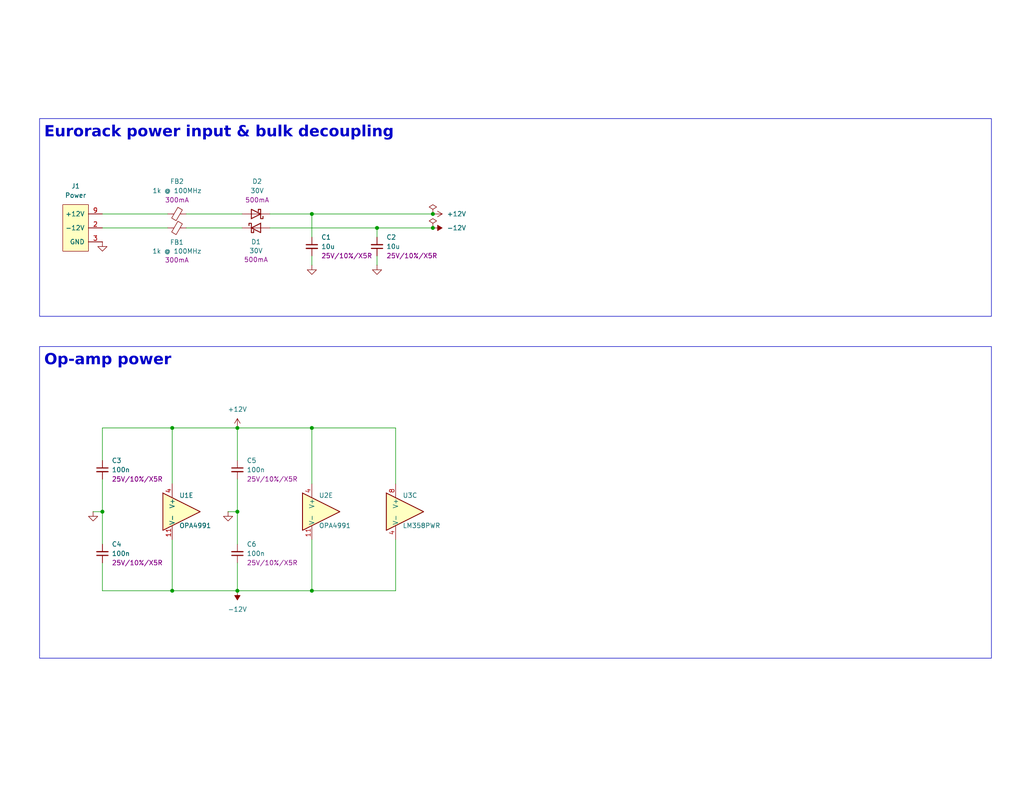
<source format=kicad_sch>
(kicad_sch (version 20231120) (generator "eeschema") (generator_version "8.0")
  (paper "USLetter")
  (title_block (title "Hydrogen") (date "2024-07-13") (rev "v3") (company "Winterbloom") (comment 1 "Alethea Flowers") (comment 2 "CERN OHL-P v2") (comment 3 "hydrogen.wntr.dev"))
  (lib_symbols
    (symbol "Device:C_Small" (pin_numbers hide) (pin_names (offset 0.254) hide)
      (property "Reference" "C" (at 0.254 1.778 0))
      (property "Value" "C_Small" (at 0.254 -2.032 0))
      (symbol "C_Small_0_1"
        (polyline (pts (xy -1.524 -0.508) (xy 1.524 -0.508)) (stroke (width 0.3302)))
        (polyline (pts (xy -1.524 0.508) (xy 1.524 0.508)) (stroke (width 0.3048)))
      )
      (symbol "C_Small_1_1"
        (pin passive line (at 0 2.54 270) (length 2.032) (name "~") (number "1"))
        (pin passive line (at 0 -2.54 90) (length 2.032) (name "~") (number "2"))
      )
    )
    (symbol "Device:FerriteBead_Small" (pin_numbers hide) (pin_names (offset 0))
      (property "Reference" "FB" (at 1.905 1.27 0))
      (property "Value" "FerriteBead_Small" (at 1.905 -1.27 0))
      (symbol "FerriteBead_Small_0_1"
        (polyline (pts (xy 0 -1.27) (xy 0 -0.7874)))
        (polyline (pts (xy 0 0.889) (xy 0 1.2954)))
        (polyline (pts (xy -1.8288 0.2794) (xy -1.1176 1.4986) (xy 1.8288 -0.2032) (xy 1.1176 -1.4224) (xy -1.8288 0.2794)))
      )
      (symbol "FerriteBead_Small_1_1"
        (pin passive line (at 0 2.54 270) (length 1.27) (name "~") (number "1"))
        (pin passive line (at 0 -2.54 90) (length 1.27) (name "~") (number "2"))
      )
    )
    (symbol "Diode:1N5819" (pin_numbers hide) (pin_names (offset 1.016) hide)
      (property "Reference" "D" (at 0 2.54 0))
      (property "Value" "1N5819" (at 0 -2.54 0))
      (symbol "1N5819_0_1"
        (polyline (pts (xy 1.27 0) (xy -1.27 0)))
        (polyline (pts (xy 1.27 1.27) (xy 1.27 -1.27) (xy -1.27 0) (xy 1.27 1.27)) (stroke (width 0.254)))
        (polyline (pts (xy -1.905 0.635) (xy -1.905 1.27) (xy -1.27 1.27) (xy -1.27 -1.27) (xy -0.635 -1.27) (xy -0.635 -0.635)) (stroke (width 0.254)))
      )
      (symbol "1N5819_1_1"
        (pin passive line (at -3.81 0 0) (length 2.54) (name "K") (number "1"))
        (pin passive line (at 3.81 0 180) (length 2.54) (name "A") (number "2"))
      )
    )
    (symbol "power:+12V" (power) (pin_numbers hide) (pin_names (offset 0) hide)
      (property "Value" "+12V" (at 0 3.556 0))
      (symbol "+12V_0_1"
        (polyline (pts (xy -0.762 1.27) (xy 0 2.54)))
        (polyline (pts (xy 0 0) (xy 0 2.54)))
        (polyline (pts (xy 0 2.54) (xy 0.762 1.27)))
      )
      (symbol "+12V_1_1"
        (pin power_in line (at 0 0 90) (length 0) (name "~") (number "1"))
      )
    )
    (symbol "power:-12V" (power) (pin_numbers hide) (pin_names (offset 0) hide)
      (property "Value" "-12V" (at 0 3.556 0))
      (symbol "-12V_0_0"
        (pin power_in line (at 0 0 90) (length 0) (name "~") (number "1"))
      )
      (symbol "-12V_0_1"
        (polyline (pts (xy 0 0) (xy 0 1.27) (xy 0.762 1.27) (xy 0 2.54) (xy -0.762 1.27) (xy 0 1.27)) (fill (type outline)))
      )
    )
    (symbol "power:GND" (power) (pin_numbers hide) (pin_names (offset 0) hide)
      (property "Value" "GND" (at 0 -3.81 0))
      (symbol "GND_0_1"
        (polyline (pts (xy 0 0) (xy 0 -1.27) (xy 1.27 -1.27) (xy 0 -2.54) (xy -1.27 -1.27) (xy 0 -1.27)))
      )
      (symbol "GND_1_1"
        (pin power_in line (at 0 0 270) (length 0) (name "~") (number "1"))
      )
    )
    (symbol "power:PWR_FLAG" (power) (pin_numbers hide) (pin_names (offset 0) hide)
      (property "Value" "PWR_FLAG" (at 0 3.81 0))
      (symbol "PWR_FLAG_0_0"
        (pin power_out line (at 0 0 90) (length 0) (name "~") (number "1"))
      )
      (symbol "PWR_FLAG_0_1"
        (polyline (pts (xy 0 0) (xy 0 1.27) (xy -1.016 1.905) (xy 0 2.54) (xy 1.016 1.905) (xy 0 1.27)))
      )
    )
    (symbol "winterbloom:Eurorack_Power" (pin_names (offset 1.016))
      (property "Reference" "J" (at -0.635 7.62 0))
      (property "Value" "Eurorack_Power" (at 0 -7.62 0))
      (symbol "Eurorack_Power_0_1"
        (rectangle (start -3.175 6.35) (end 3.81 -6.35) (fill (type background)))
      )
      (symbol "Eurorack_Power_1_1"
        (pin power_out line (at 7.62 0 180) (length 3.81) hide (name "-12V") (number "1"))
        (pin passive line (at 7.62 3.81 180) (length 3.81) hide (name "+12V") (number "10"))
        (pin passive line (at 7.62 0 180) (length 3.81) (name "-12V") (number "2"))
        (pin power_out line (at 7.62 -3.81 180) (length 3.81) (name "GND") (number "3"))
        (pin passive line (at 7.62 -3.81 180) (length 3.81) hide (name "GND") (number "4"))
        (pin passive line (at 7.62 -3.81 180) (length 3.81) hide (name "GND") (number "5"))
        (pin passive line (at 7.62 -3.81 180) (length 3.81) hide (name "GND") (number "6"))
        (pin passive line (at 7.62 -3.81 180) (length 3.81) hide (name "GND") (number "7"))
        (pin passive line (at 7.62 -3.81 180) (length 3.81) hide (name "GND") (number "8"))
        (pin power_out line (at 7.62 3.81 180) (length 3.81) (name "+12V") (number "9"))
      )
    )
    (symbol "winterbloom:LM358PWR" (pin_names (offset 0.127))
      (property "Reference" "U" (at 1.016 3.048 0))
      (property "Value" "LM358PWR" (at 0.762 -3.302 0))
      (symbol "LM358PWR_1_1"
        (polyline (pts (xy -5.08 5.08) (xy 5.08 0) (xy -5.08 -5.08) (xy -5.08 5.08)) (stroke (width 0.254)) (fill (type background)))
        (pin output line (at 7.62 0 180) (length 2.54) (name "~") (number "1"))
        (pin input line (at -7.62 -2.54 0) (length 2.54) (name "-") (number "2"))
        (pin input line (at -7.62 2.54 0) (length 2.54) (name "+") (number "3"))
      )
      (symbol "LM358PWR_2_1"
        (polyline (pts (xy -5.08 5.08) (xy 5.08 0) (xy -5.08 -5.08) (xy -5.08 5.08)) (stroke (width 0.254)) (fill (type background)))
        (pin input line (at -7.62 2.54 0) (length 2.54) (name "+") (number "5"))
        (pin input line (at -7.62 -2.54 0) (length 2.54) (name "-") (number "6"))
        (pin output line (at 7.62 0 180) (length 2.54) (name "~") (number "7"))
      )
      (symbol "LM358PWR_3_1"
        (polyline (pts (xy -5.08 5.08) (xy 5.08 0) (xy -5.08 -5.08) (xy -5.08 5.08)) (stroke (width 0.254)) (fill (type background)))
        (pin power_in line (at -2.54 -7.62 90) (length 3.81) (name "V-") (number "4"))
        (pin power_in line (at -2.54 7.62 270) (length 3.81) (name "V+") (number "8"))
      )
    )
    (symbol "winterbloom:OPA4991" (pin_names (offset 0.127))
      (property "Reference" "U" (at 0.762 3.048 0))
      (property "Value" "OPA4991" (at 0.508 -3.302 0))
      (symbol "OPA4991_1_1"
        (polyline (pts (xy -5.08 5.08) (xy 5.08 0) (xy -5.08 -5.08) (xy -5.08 5.08)) (stroke (width 0.254)) (fill (type background)))
        (pin output line (at 7.62 0 180) (length 2.54) (name "~") (number "1"))
        (pin input line (at -7.62 -2.54 0) (length 2.54) (name "-") (number "2"))
        (pin input line (at -7.62 2.54 0) (length 2.54) (name "+") (number "3"))
      )
      (symbol "OPA4991_2_1"
        (polyline (pts (xy -5.08 5.08) (xy 5.08 0) (xy -5.08 -5.08) (xy -5.08 5.08)) (stroke (width 0.254)) (fill (type background)))
        (pin input line (at -7.62 2.54 0) (length 2.54) (name "+") (number "5"))
        (pin input line (at -7.62 -2.54 0) (length 2.54) (name "-") (number "6"))
        (pin output line (at 7.62 0 180) (length 2.54) (name "~") (number "7"))
      )
      (symbol "OPA4991_3_1"
        (polyline (pts (xy -5.08 5.08) (xy 5.08 0) (xy -5.08 -5.08) (xy -5.08 5.08)) (stroke (width 0.254)) (fill (type background)))
        (pin input line (at -7.62 2.54 0) (length 2.54) (name "+") (number "10"))
        (pin output line (at 7.62 0 180) (length 2.54) (name "~") (number "8"))
        (pin input line (at -7.62 -2.54 0) (length 2.54) (name "-") (number "9"))
      )
      (symbol "OPA4991_4_1"
        (polyline (pts (xy -5.08 5.08) (xy 5.08 0) (xy -5.08 -5.08) (xy -5.08 5.08)) (stroke (width 0.254)) (fill (type background)))
        (pin input line (at -7.62 2.54 0) (length 2.54) (name "+") (number "12"))
        (pin input line (at -7.62 -2.54 0) (length 2.54) (name "-") (number "13"))
        (pin output line (at 7.62 0 180) (length 2.54) (name "~") (number "14"))
      )
      (symbol "OPA4991_5_1"
        (polyline (pts (xy -5.08 5.08) (xy 5.08 0) (xy -5.08 -5.08) (xy -5.08 5.08)) (stroke (width 0.254)) (fill (type background)))
        (pin power_in line (at -2.54 -7.62 90) (length 3.81) (name "V-") (number "11"))
        (pin power_in line (at -2.54 7.62 270) (length 3.81) (name "V+") (number "4"))
      )
    )
  )
  (junction (at 85.09 161.29))
  (junction (at 46.99 161.29))
  (junction (at 118.11 58.42))
  (junction (at 64.77 161.29))
  (junction (at 85.09 58.42))
  (junction (at 85.09 116.84))
  (junction (at 64.77 116.84))
  (junction (at 102.87 62.23))
  (junction (at 118.11 62.23))
  (junction (at 46.99 116.84))
  (junction (at 64.77 139.7))
  (junction (at 27.94 139.7))
  (wire (pts (xy 85.09 58.42) (xy 85.09 64.77)))
  (wire (pts (xy 25.4 139.7) (xy 27.94 139.7)))
  (wire (pts (xy 85.09 116.84) (xy 107.95 116.84)))
  (wire (pts (xy 27.94 58.42) (xy 45.72 58.42)))
  (wire (pts (xy 102.87 62.23) (xy 118.11 62.23)))
  (wire (pts (xy 64.77 161.29) (xy 85.09 161.29)))
  (wire (pts (xy 50.8 62.23) (xy 66.04 62.23)))
  (wire (pts (xy 85.09 147.32) (xy 85.09 161.29)))
  (wire (pts (xy 64.77 148.59) (xy 64.77 139.7)))
  (wire (pts (xy 50.8 58.42) (xy 66.04 58.42)))
  (wire (pts (xy 46.99 161.29) (xy 64.77 161.29)))
  (wire (pts (xy 27.94 125.73) (xy 27.94 116.84)))
  (wire (pts (xy 27.94 161.29) (xy 46.99 161.29)))
  (wire (pts (xy 107.95 147.32) (xy 107.95 161.29)))
  (wire (pts (xy 85.09 161.29) (xy 107.95 161.29)))
  (wire (pts (xy 85.09 58.42) (xy 118.11 58.42)))
  (wire (pts (xy 27.94 130.81) (xy 27.94 139.7)))
  (wire (pts (xy 64.77 139.7) (xy 62.23 139.7)))
  (wire (pts (xy 102.87 62.23) (xy 102.87 64.77)))
  (wire (pts (xy 46.99 116.84) (xy 46.99 132.08)))
  (wire (pts (xy 73.66 62.23) (xy 102.87 62.23)))
  (wire (pts (xy 107.95 116.84) (xy 107.95 132.08)))
  (wire (pts (xy 64.77 116.84) (xy 46.99 116.84)))
  (wire (pts (xy 27.94 139.7) (xy 27.94 148.59)))
  (wire (pts (xy 73.66 58.42) (xy 85.09 58.42)))
  (wire (pts (xy 27.94 62.23) (xy 45.72 62.23)))
  (wire (pts (xy 64.77 130.81) (xy 64.77 139.7)))
  (wire (pts (xy 85.09 132.08) (xy 85.09 116.84)))
  (wire (pts (xy 102.87 72.39) (xy 102.87 69.85)))
  (wire (pts (xy 27.94 116.84) (xy 46.99 116.84)))
  (wire (pts (xy 27.94 153.67) (xy 27.94 161.29)))
  (wire (pts (xy 64.77 153.67) (xy 64.77 161.29)))
  (wire (pts (xy 85.09 72.39) (xy 85.09 69.85)))
  (wire (pts (xy 64.77 116.84) (xy 85.09 116.84)))
  (wire (pts (xy 46.99 147.32) (xy 46.99 161.29)))
  (wire (pts (xy 64.77 116.84) (xy 64.77 125.73)))
  (rectangle (start 10.795 32.385) (end 270.51 86.36))
  (rectangle (start 10.795 94.615) (end 270.51 179.705))
  (text "Eurorack power input & bulk decoupling" (at 12.065 38.735 0) (effects (font (size 3 3) (thickness 0.508) (bold yes)) (justify left bottom)))
  (text "Op-amp power" (at 12.065 100.965 0) (effects (font (size 3 3) (thickness 0.508) (bold yes)) (justify left bottom)))
  (symbol (lib_id "power:-12V") (at 118.11 62.23 270) (unit 1)
    (property "Reference" "#PWR034" (effects (hide yes)))
    (property "Value" "-12V" (at 121.92 62.2299 90) (effects (justify left)))
    (property "Description" "Power symbol creates a global label with name \"-12V\"" (effects (hide yes)))
  )
  (symbol (lib_id "Diode:1N5819") (at 69.85 58.42 180) (unit 1)
    (property "Reference" "D2" (at 70.1675 49.53 0))
    (property "Value" "30V" (at 70.1675 52.07 0))
    (property "Footprint" "winterbloom:D_SOD-123+SOD-123F" (effects (hide yes)))
    (property "Datasheet" "https://assets.nexperia.com/documents/data-sheet/PMEG2005EGW.pdf" (effects (hide yes)))
    (property "Notes" "Can sub almost any PMEGxxxxEG part with more than 300mA If" (effects (hide yes)))
    (property "Rating" "500mA" (at 70.1675 54.61 0))
    (property "MPN" "PMEG2005EGWX" (effects (hide yes)))
    (property "DigiKey" "1727-7329-1-ND" (effects (hide yes)))
    (property "LCSC" "C133636" (effects (hide yes)))
    (property "Mouser" "841-PMEG2005EGWX" (effects (hide yes)))
  )
  (symbol (lib_id "Device:C_Small") (at 102.87 67.31 180) (unit 1)
    (property "Reference" "C2" (at 105.41 64.7635 0) (effects (justify right)))
    (property "Value" "10u" (at 105.41 67.3035 0) (effects (justify right)))
    (property "Footprint" "winterbloom:C_0805_HandSolder" (effects (hide yes)))
    (property "Notes" "Bulk bypass cap" (effects (hide yes)))
    (property "Rating" "25V/10%/X5R" (at 105.41 69.8435 0) (effects (justify right)))
    (property "MPN" "GRM21BR61E106KA73K" (effects (hide yes)))
    (property "DigiKey" "490-16824-1-ND" (effects (hide yes)))
    (property "LCSC" "C3909351" (effects (hide yes)))
    (property "Mouser" "81-GRM21BR61E106KA3K" (effects (hide yes)))
  )
  (symbol (lib_id "power:PWR_FLAG") (at 118.11 62.23 0) (unit 1)
    (property "Reference" "#FLG02" (effects (hide yes)))
    (property "Value" "PWR_FLAG" (effects (hide yes)))
    (property "Description" "Special symbol for telling ERC where power comes from" (effects (hide yes)))
  )
  (symbol (lib_id "Diode:1N5819") (at 69.85 62.23 0) (unit 1)
    (property "Reference" "D1" (at 69.85 66.04 0))
    (property "Value" "30V" (at 69.85 68.4642 0))
    (property "Footprint" "winterbloom:D_SOD-123+SOD-123F" (effects (hide yes)))
    (property "Datasheet" "https://assets.nexperia.com/documents/data-sheet/PMEG2005EGW.pdf" (effects (hide yes)))
    (property "Notes" "Can sub almost any PMEGxxxxEG part with more than 300mA If" (effects (hide yes)))
    (property "Rating" "500mA" (at 69.85 70.8884 0))
    (property "MPN" "PMEG2005EGWX" (effects (hide yes)))
    (property "DigiKey" "1727-7329-1-ND" (effects (hide yes)))
    (property "LCSC" "C133636" (effects (hide yes)))
    (property "Mouser" "841-PMEG2005EGWX" (effects (hide yes)))
  )
  (symbol (lib_id "Device:C_Small") (at 85.09 67.31 0) (unit 1)
    (property "Reference" "C1" (at 87.63 64.7762 0) (effects (justify left)))
    (property "Value" "10u" (at 87.63 67.3162 0) (effects (justify left)))
    (property "Footprint" "winterbloom:C_0805_HandSolder" (effects (hide yes)))
    (property "Notes" "Bulk bypass cap" (effects (hide yes)))
    (property "Rating" "25V/10%/X5R" (at 87.63 69.8562 0) (effects (justify left)))
    (property "MPN" "GRM21BR61E106KA73K" (effects (hide yes)))
    (property "DigiKey" "490-16824-1-ND" (effects (hide yes)))
    (property "LCSC" "C3909351" (effects (hide yes)))
    (property "Mouser" "81-GRM21BR61E106KA3K" (effects (hide yes)))
  )
  (symbol (lib_id "power:GND") (at 102.87 72.39 0) (unit 1)
    (property "Reference" "#PWR037" (effects (hide yes)))
    (property "Value" "GND" (effects (hide yes)))
    (property "Description" "Power symbol creates a global label with name \"GND\" , ground" (effects (hide yes)))
  )
  (symbol (lib_id "power:PWR_FLAG") (at 118.11 58.42 0) (unit 1)
    (property "Reference" "#FLG01" (effects (hide yes)))
    (property "Value" "PWR_FLAG" (effects (hide yes)))
    (property "Description" "Special symbol for telling ERC where power comes from" (effects (hide yes)))
  )
  (symbol (lib_id "Device:C_Small") (at 64.77 151.13 180) (unit 1)
    (property "Reference" "C6" (at 67.31 148.5835 0) (effects (justify right)))
    (property "Value" "100n" (at 67.31 151.1235 0) (effects (justify right)))
    (property "Footprint" "winterbloom:C_0603_HandSolder" (effects (hide yes)))
    (property "Notes" "Op-amp bypass cap" (effects (hide yes)))
    (property "Rating" "25V/10%/X5R" (at 67.31 153.6635 0) (effects (justify right)))
    (property "MPN" "CL10B104KB8NNNC" (effects (hide yes)))
    (property "DigiKey" "1276-1000-2-ND" (effects (hide yes)))
    (property "LCSC" "C1591" (effects (hide yes)))
    (property "Mouser" "187-CL10B104KB8NNNC" (effects (hide yes)))
  )
  (symbol (lib_id "Device:C_Small") (at 27.94 128.27 0) (unit 1)
    (property "Reference" "C3" (at 30.48 125.7362 0) (effects (justify left)))
    (property "Value" "100n" (at 30.48 128.2762 0) (effects (justify left)))
    (property "Footprint" "winterbloom:C_0603_HandSolder" (effects (hide yes)))
    (property "Notes" "Op-amp bypass cap" (effects (hide yes)))
    (property "Rating" "25V/10%/X5R" (at 30.48 130.8162 0) (effects (justify left)))
    (property "MPN" "CL10B104KB8NNNC" (effects (hide yes)))
    (property "DigiKey" "1276-1000-2-ND" (effects (hide yes)))
    (property "LCSC" "C1591" (effects (hide yes)))
    (property "Mouser" "187-CL10B104KB8NNNC" (effects (hide yes)))
  )
  (symbol (lib_id "Device:C_Small") (at 64.77 128.27 0) (unit 1)
    (property "Reference" "C5" (at 67.31 125.7362 0) (effects (justify left)))
    (property "Value" "100n" (at 67.31 128.2762 0) (effects (justify left)))
    (property "Footprint" "winterbloom:C_0603_HandSolder" (effects (hide yes)))
    (property "Notes" "Op-amp bypass cap" (effects (hide yes)))
    (property "Rating" "25V/10%/X5R" (at 67.31 130.8162 0) (effects (justify left)))
    (property "MPN" "CL10B104KB8NNNC" (effects (hide yes)))
    (property "DigiKey" "1276-1000-2-ND" (effects (hide yes)))
    (property "LCSC" "C1591" (effects (hide yes)))
    (property "Mouser" "187-CL10B104KB8NNNC" (effects (hide yes)))
  )
  (symbol (lib_id "Device:FerriteBead_Small") (at 48.26 58.42 270) (unit 1)
    (property "Reference" "FB2" (at 48.2981 49.53 90))
    (property "Value" "1k @ 100MHz" (at 48.2981 52.07 90))
    (property "Footprint" "winterbloom:L_0603_HandSolder" (effects (hide yes)))
    (property "Datasheet" "https://www.murata.com/en-us/products/productdata/8796738650142/ENFA0003.pdf" (effects (hide yes)))
    (property "Rating" "300mA" (at 48.2981 54.61 90))
    (property "MPN" "BLM18AG102SN1D" (effects (hide yes)))
    (property "DigiKey" "490-1015-1-ND" (effects (hide yes)))
    (property "LCSC" "C85824" (effects (hide yes)))
    (property "Mouser" "81-BLM11A102S" (effects (hide yes)))
  )
  (symbol (lib_id "power:-12V") (at 64.77 161.29 180) (unit 1)
    (property "Reference" "#PWR016" (effects (hide yes)))
    (property "Value" "-12V" (at 64.77 166.37 0))
    (property "Description" "Power symbol creates a global label with name \"-12V\"" (effects (hide yes)))
  )
  (symbol (lib_id "power:GND") (at 25.4 139.7 0) (unit 1)
    (property "Reference" "#PWR012" (effects (hide yes)))
    (property "Value" "GND" (effects (hide yes)))
    (property "Description" "Power symbol creates a global label with name \"GND\" , ground" (effects (hide yes)))
  )
  (symbol (lib_id "winterbloom:Eurorack_Power") (at 20.32 62.23 0) (unit 1)
    (property "Reference" "J1" (at 20.6375 50.8 0))
    (property "Value" "Power" (at 20.6375 53.34 0))
    (property "Footprint" "winterbloom:Eurorack_Power_2x5_Shrouded_Lock" (effects (hide yes)))
    (property "Datasheet" "https://www.on-shore.com/wp-content/uploads/302-S.pdf" (effects (hide yes)))
    (property "MPN" "302-S101" (effects (hide yes)))
    (property "DigiKey" "ED1543-ND" (effects (hide yes)))
    (property "LCSC" "C429962" (effects (hide yes)))
    (property "Mouser" "710-61201021621" (effects (hide yes)))
  )
  (symbol (lib_id "power:+12V") (at 118.11 58.42 270) (unit 1)
    (property "Reference" "#PWR033" (effects (hide yes)))
    (property "Value" "+12V" (at 121.92 58.4199 90) (effects (justify left)))
    (property "Description" "Power symbol creates a global label with name \"+12V\"" (effects (hide yes)))
  )
  (symbol (lib_id "winterbloom:OPA4991") (at 87.63 139.7 0) (unit 5)
    (property "Reference" "U2" (at 86.995 135.255 0) (effects (justify left)))
    (property "Value" "OPA4991" (at 86.995 143.51 0) (effects (justify left)))
    (property "Footprint" "Package_SO:TSSOP-14_4.4x5mm_P0.65mm" (effects (hide yes)))
    (property "Datasheet" "https://www.ti.com/lit/ds/symlink/opa4991.pdf" (effects (hide yes)))
    (property "Description" "40-V Rail-to-Rail Input/Output, Low Offset Voltage, Low Noise, Op Amp, TSSOP-14" (effects (hide yes)))
    (property "MPN" "OPA4991IPWR " (effects (hide yes)))
    (property "Mouser" "595-OPA4991IPWR" (effects (hide yes)))
    (property "Notes" "Sub with OPA4171, OPA1679, OPA4197" (effects (hide yes)))
  )
  (symbol (lib_id "power:GND") (at 27.94 66.04 0) (unit 1)
    (property "Reference" "#PWR035" (effects (hide yes)))
    (property "Value" "GND" (effects (hide yes)))
    (property "Description" "Power symbol creates a global label with name \"GND\" , ground" (effects (hide yes)))
  )
  (symbol (lib_id "power:GND") (at 85.09 72.39 0) (unit 1)
    (property "Reference" "#PWR036" (effects (hide yes)))
    (property "Value" "GND" (effects (hide yes)))
    (property "Description" "Power symbol creates a global label with name \"GND\" , ground" (effects (hide yes)))
  )
  (symbol (lib_id "winterbloom:OPA4991") (at 49.53 139.7 0) (unit 5)
    (property "Reference" "U1" (at 48.895 135.255 0) (effects (justify left)))
    (property "Value" "OPA4991" (at 48.895 143.51 0) (effects (justify left)))
    (property "Footprint" "Package_SO:TSSOP-14_4.4x5mm_P0.65mm" (effects (hide yes)))
    (property "Datasheet" "https://www.ti.com/lit/ds/symlink/opa4991.pdf" (effects (hide yes)))
    (property "Description" "40-V Rail-to-Rail Input/Output, Low Offset Voltage, Low Noise, Op Amp, TSSOP-14" (effects (hide yes)))
    (property "MPN" "OPA4991IPWR " (effects (hide yes)))
    (property "Mouser" "595-OPA4991IPWR" (effects (hide yes)))
    (property "Notes" "Sub with OPA4171, OPA1679, OPA4197" (effects (hide yes)))
  )
  (symbol (lib_id "power:GND") (at 62.23 139.7 0) (unit 1)
    (property "Reference" "#PWR013" (effects (hide yes)))
    (property "Value" "GND" (effects (hide yes)))
    (property "Description" "Power symbol creates a global label with name \"GND\" , ground" (effects (hide yes)))
  )
  (symbol (lib_id "Device:C_Small") (at 27.94 151.13 180) (unit 1)
    (property "Reference" "C4" (at 30.48 148.5835 0) (effects (justify right)))
    (property "Value" "100n" (at 30.48 151.1235 0) (effects (justify right)))
    (property "Footprint" "winterbloom:C_0603_HandSolder" (effects (hide yes)))
    (property "Notes" "Op-amp bypass cap" (effects (hide yes)))
    (property "Rating" "25V/10%/X5R" (at 30.48 153.6635 0) (effects (justify right)))
    (property "MPN" "CL10B104KB8NNNC" (effects (hide yes)))
    (property "DigiKey" "1276-1000-2-ND" (effects (hide yes)))
    (property "LCSC" "C1591" (effects (hide yes)))
    (property "Mouser" "187-CL10B104KB8NNNC" (effects (hide yes)))
  )
  (symbol (lib_id "Device:FerriteBead_Small") (at 48.26 62.23 270) (unit 1)
    (property "Reference" "FB1" (at 48.26 66.1558 90))
    (property "Value" "1k @ 100MHz" (at 48.26 68.58 90))
    (property "Footprint" "winterbloom:L_0603_HandSolder" (effects (hide yes)))
    (property "Datasheet" "https://www.murata.com/en-us/products/productdata/8796738650142/ENFA0003.pdf" (effects (hide yes)))
    (property "Rating" "300mA" (at 48.26 71.0042 90))
    (property "MPN" "BLM18AG102SN1D" (effects (hide yes)))
    (property "DigiKey" "490-1015-1-ND" (effects (hide yes)))
    (property "LCSC" "C85824" (effects (hide yes)))
    (property "Mouser" "81-BLM11A102S" (effects (hide yes)))
  )
  (symbol (lib_id "winterbloom:LM358PWR") (at 110.49 139.7 0) (unit 3)
    (property "Reference" "U3" (at 109.855 135.255 0) (effects (justify left)))
    (property "Value" "LM358PWR" (at 109.855 143.51 0) (effects (justify left)))
    (property "Footprint" "Package_SO:TSSOP-8_4.4x3mm_P0.65mm" (effects (hide yes)))
    (property "Datasheet" "https://www.ti.com/lit/ds/symlink/lm358.pdf" (effects (hide yes)))
    (property "Description" "Industry-Standard Dual Operational Amplifiers, 3-36V,  1.2MHz" (effects (hide yes)))
    (property "MPN" "LM358PWR" (effects (hide yes)))
    (property "DigiKey" "296-OPA4991IPWRCT-ND" (effects (hide yes)))
    (property "LCSC" "C2873620" (effects (hide yes)))
  )
  (symbol (lib_id "power:+12V") (at 64.77 116.84 0) (unit 1)
    (property "Reference" "#PWR011" (effects (hide yes)))
    (property "Value" "+12V" (at 64.77 111.76 0))
    (property "Description" "Power symbol creates a global label with name \"+12V\"" (effects (hide yes)))
  )
)
</source>
